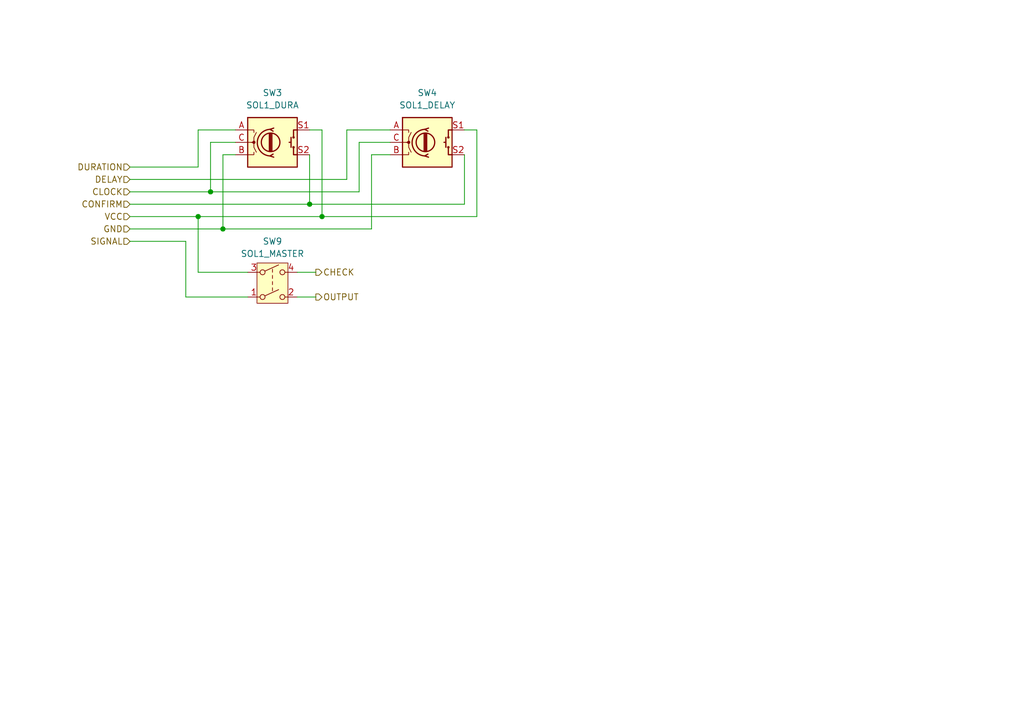
<source format=kicad_sch>
(kicad_sch (version 20231120) (generator "eeschema") (generator_version "8.0")
  (paper "A5")
  (lib_symbols
    (symbol "Device:RotaryEncoder_Switch" (pin_names (offset 0.254) hide)
      (property "Reference" "SW" (at 0 6.604 0))
      (property "Value" "RotaryEncoder_Switch" (at 0 -6.604 0))
      (symbol "RotaryEncoder_Switch_0_1"
        (rectangle (start -5.08 5.08) (end 5.08 -5.08) (stroke (width 0.254)) (fill (type background)))
        (circle (center -3.81 0) (radius 0.254) (fill (type outline)))
        (circle (center -0.381 0) (radius 1.905) (stroke (width 0.254)))
        (arc (start -0.381 2.667) (mid -3.0988 -0.0635) (end -0.381 -2.794) (stroke (width 0.254)))
        (polyline (pts (xy -0.635 -1.778) (xy -0.635 1.778)) (stroke (width 0.254)))
        (polyline (pts (xy -0.381 -1.778) (xy -0.381 1.778)) (stroke (width 0.254)))
        (polyline (pts (xy -0.127 1.778) (xy -0.127 -1.778)) (stroke (width 0.254)))
        (polyline (pts (xy 3.81 0) (xy 3.429 0)) (stroke (width 0.254)))
        (polyline (pts (xy 3.81 1.016) (xy 3.81 -1.016)) (stroke (width 0.254)))
        (polyline (pts (xy -5.08 -2.54) (xy -3.81 -2.54) (xy -3.81 -2.032)))
        (polyline (pts (xy -5.08 2.54) (xy -3.81 2.54) (xy -3.81 2.032)))
        (polyline (pts (xy 0.254 -3.048) (xy -0.508 -2.794) (xy 0.127 -2.413)) (stroke (width 0.254)))
        (polyline (pts (xy 0.254 2.921) (xy -0.508 2.667) (xy 0.127 2.286)) (stroke (width 0.254)))
        (polyline (pts (xy 5.08 -2.54) (xy 4.318 -2.54) (xy 4.318 -1.016)) (stroke (width 0.254)))
        (polyline (pts (xy 5.08 2.54) (xy 4.318 2.54) (xy 4.318 1.016)) (stroke (width 0.254)))
        (polyline (pts (xy -5.08 0) (xy -3.81 0) (xy -3.81 -1.016) (xy -3.302 -2.032)))
        (polyline (pts (xy -4.318 0) (xy -3.81 0) (xy -3.81 1.016) (xy -3.302 2.032)))
        (circle (center 4.318 -1.016) (radius 0.127) (stroke (width 0.254)))
        (circle (center 4.318 1.016) (radius 0.127) (stroke (width 0.254)))
      )
      (symbol "RotaryEncoder_Switch_1_1"
        (pin passive line (at -7.62 2.54 0) (length 2.54) (name "A") (number "A"))
        (pin passive line (at -7.62 -2.54 0) (length 2.54) (name "B") (number "B"))
        (pin passive line (at -7.62 0 0) (length 2.54) (name "C") (number "C"))
        (pin passive line (at 7.62 2.54 180) (length 2.54) (name "S1") (number "S1"))
        (pin passive line (at 7.62 -2.54 180) (length 2.54) (name "S2") (number "S2"))
      )
    )
    (symbol "Switch:SW_DPST" (pin_names (offset 0) hide)
      (property "Reference" "SW" (at 0 6.35 0))
      (property "Value" "SW_DPST" (at 0 -5.08 0))
      (symbol "SW_DPST_0_0"
        (circle (center -2.032 -2.54) (radius 0.508))
        (circle (center -2.032 2.54) (radius 0.508))
        (polyline (pts (xy -1.524 -2.286) (xy 1.27 -1.016)))
        (polyline (pts (xy -1.524 2.794) (xy 1.27 4.064)))
        (polyline (pts (xy 0 -1.27) (xy 0 -0.635)))
        (polyline (pts (xy 0 0) (xy 0 0.635)))
        (polyline (pts (xy 0 1.27) (xy 0 1.905)))
        (polyline (pts (xy 0 2.54) (xy 0 3.175)))
        (circle (center 2.032 -2.54) (radius 0.508))
        (circle (center 2.032 2.54) (radius 0.508))
      )
      (symbol "SW_DPST_1_1"
        (rectangle (start -3.175 4.445) (end 3.175 -3.81) (fill (type background)))
        (pin passive line (at -5.08 -2.54 0) (length 2.54) (name "1") (number "1"))
        (pin passive line (at 5.08 -2.54 180) (length 2.54) (name "2") (number "2"))
        (pin passive line (at -5.08 2.54 0) (length 2.54) (name "3") (number "3"))
        (pin passive line (at 5.08 2.54 180) (length 2.54) (name "4") (number "4"))
      )
    )
  )
  (junction (at 43.18 39.37))
  (junction (at 40.64 44.45))
  (junction (at 45.72 46.99))
  (junction (at 66.04 44.45))
  (junction (at 63.5 41.91))
  (wire (pts (xy 40.64 26.67) (xy 40.64 34.29)))
  (wire (pts (xy 73.66 39.37) (xy 43.18 39.37)))
  (wire (pts (xy 38.1 60.96) (xy 38.1 49.53)))
  (wire (pts (xy 48.26 31.75) (xy 45.72 31.75)))
  (wire (pts (xy 60.96 60.96) (xy 64.77 60.96)))
  (wire (pts (xy 66.04 26.67) (xy 66.04 44.45)))
  (wire (pts (xy 71.12 26.67) (xy 80.01 26.67)))
  (wire (pts (xy 45.72 31.75) (xy 45.72 46.99)))
  (wire (pts (xy 48.26 29.21) (xy 43.18 29.21)))
  (wire (pts (xy 63.5 31.75) (xy 63.5 41.91)))
  (wire (pts (xy 60.96 55.88) (xy 64.77 55.88)))
  (wire (pts (xy 38.1 60.96) (xy 50.8 60.96)))
  (wire (pts (xy 95.25 41.91) (xy 63.5 41.91)))
  (wire (pts (xy 76.2 31.75) (xy 76.2 46.99)))
  (wire (pts (xy 40.64 44.45) (xy 40.64 55.88)))
  (wire (pts (xy 66.04 44.45) (xy 40.64 44.45)))
  (wire (pts (xy 26.67 41.91) (xy 63.5 41.91)))
  (wire (pts (xy 97.79 26.67) (xy 97.79 44.45)))
  (wire (pts (xy 95.25 31.75) (xy 95.25 41.91)))
  (wire (pts (xy 80.01 31.75) (xy 76.2 31.75)))
  (wire (pts (xy 26.67 49.53) (xy 38.1 49.53)))
  (wire (pts (xy 48.26 26.67) (xy 40.64 26.67)))
  (wire (pts (xy 73.66 29.21) (xy 73.66 39.37)))
  (wire (pts (xy 43.18 39.37) (xy 26.67 39.37)))
  (wire (pts (xy 40.64 34.29) (xy 26.67 34.29)))
  (wire (pts (xy 63.5 26.67) (xy 66.04 26.67)))
  (wire (pts (xy 80.01 29.21) (xy 73.66 29.21)))
  (wire (pts (xy 40.64 55.88) (xy 50.8 55.88)))
  (wire (pts (xy 76.2 46.99) (xy 45.72 46.99)))
  (wire (pts (xy 43.18 29.21) (xy 43.18 39.37)))
  (wire (pts (xy 45.72 46.99) (xy 26.67 46.99)))
  (wire (pts (xy 71.12 26.67) (xy 71.12 36.83)))
  (wire (pts (xy 26.67 44.45) (xy 40.64 44.45)))
  (wire (pts (xy 97.79 44.45) (xy 66.04 44.45)))
  (wire (pts (xy 95.25 26.67) (xy 97.79 26.67)))
  (wire (pts (xy 71.12 36.83) (xy 26.67 36.83)))
  (hierarchical_label "OUTPUT" (shape output) (at 64.77 60.96 0))
  (hierarchical_label "CONFIRM" (shape input) (at 26.67 41.91 180))
  (hierarchical_label "VCC" (shape input) (at 26.67 44.45 180))
  (hierarchical_label "DELAY" (shape input) (at 26.67 36.83 180))
  (hierarchical_label "DURATION" (shape input) (at 26.67 34.29 180))
  (hierarchical_label "CLOCK" (shape input) (at 26.67 39.37 180))
  (hierarchical_label "CHECK" (shape output) (at 64.77 55.88 0))
  (hierarchical_label "SIGNAL" (shape input) (at 26.67 49.53 180))
  (hierarchical_label "GND" (shape input) (at 26.67 46.99 180))
  (symbol (lib_id "Device:RotaryEncoder_Switch") (at 87.63 29.21 0) (unit 1)
    (property "Reference" "SW4" (at 87.63 19.05 0))
    (property "Value" "SOL1_DELAY" (at 87.63 21.59 0))
    (property "Description" "Rotary encoder, dual channel, incremental quadrate outputs, with switch" (effects (hide yes)))
  )
  (symbol (lib_id "Device:RotaryEncoder_Switch") (at 55.88 29.21 0) (unit 1)
    (property "Reference" "SW3" (at 55.88 19.05 0))
    (property "Value" "SOL1_DURA" (at 55.88 21.59 0))
    (property "Description" "Rotary encoder, dual channel, incremental quadrate outputs, with switch" (effects (hide yes)))
  )
  (symbol (lib_id "Switch:SW_DPST") (at 55.88 58.42 0) (unit 1)
    (property "Reference" "SW9" (at 55.88 49.53 0))
    (property "Value" "SOL1_MASTER" (at 55.88 52.07 0))
    (property "Description" "Double Pole Single Throw (DPST) Switch" (effects (hide yes)))
  )
)
</source>
